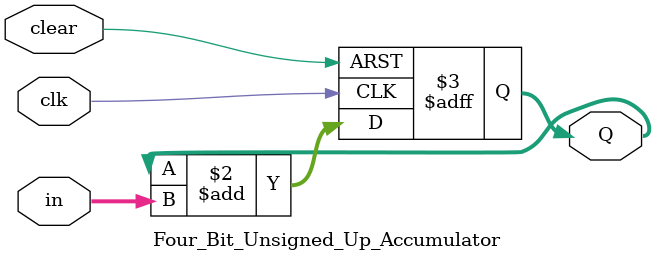
<source format=v>
module Four_Bit_Unsigned_Up_Accumulator(Q, in, clk, clear);
	
	output [3:0]Q;
	input clk, clear;
	input [3:0]in;
	reg [3:0]Q;
	
	always @(posedge clk or posedge clear)
		begin
			if(clear)
				Q <= 1'b0;
			else
				Q <= Q + in;
		end

endmodule

</source>
